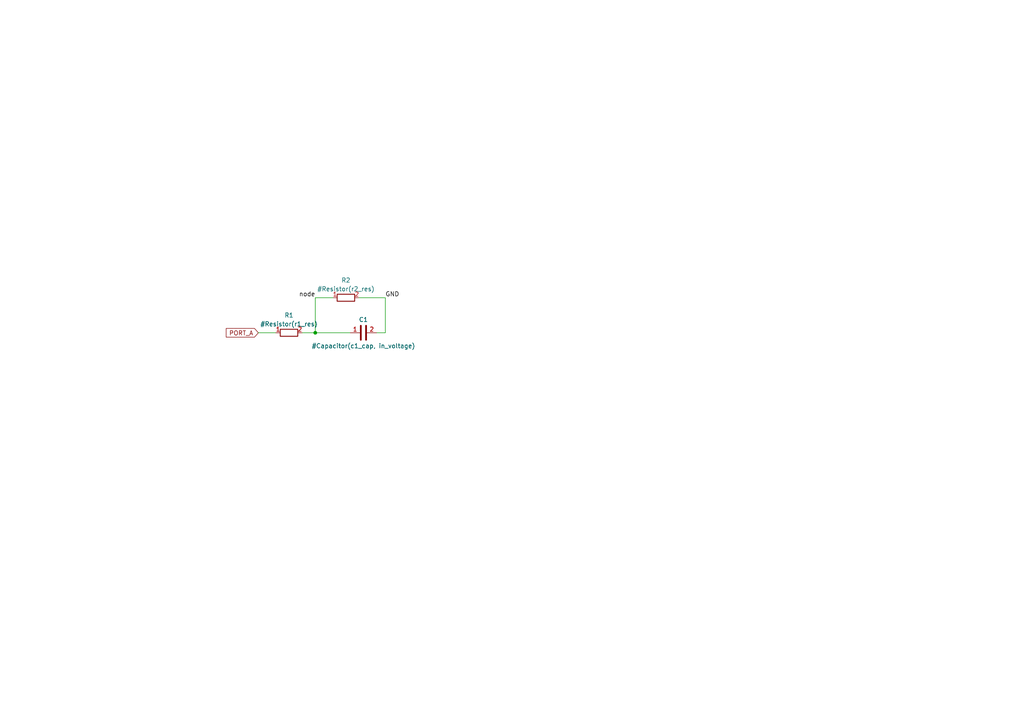
<source format=kicad_sch>
(kicad_sch (version 20211123) (generator eeschema)
  (paper "A4")
  (title_block (title "Simple Circuit") (date "2022-08-02") (rev "v01"))
  (lib_symbols
    (symbol "Device:C" (pin_names (offset 0.254))
      (property "Reference" "C" (at 0.635 2.54 0))
      (property "Value" "C" (at 0.635 -2.54 0))
      (symbol "C_0_1"
        (polyline (pts (xy -2.032 -0.762) (xy 2.032 -0.762)) (stroke (width 0.508)))
        (polyline (pts (xy -2.032 0.762) (xy 2.032 0.762)) (stroke (width 0.508)))
      )
      (symbol "C_1_1"
        (pin passive line (at 0 3.81 270) (length 2.794) (name "~") (number "1"))
        (pin passive line (at 0 -3.81 90) (length 2.794) (name "~") (number "2"))
      )
    )
    (symbol "Device:R" (pin_names (offset 0))
      (property "Reference" "R" (at 2.032 0 90))
      (property "Value" "R" (at 0 0 90))
      (symbol "R_0_1"
        (rectangle (start -1.016 -2.54) (end 1.016 2.54) (stroke (width 0.254)))
      )
      (symbol "R_1_1"
        (pin passive line (at 0 3.81 270) (length 1.27) (name "~") (number "1"))
        (pin passive line (at 0 -3.81 90) (length 1.27) (name "~") (number "2"))
      )
    )
  )
  (junction (at 91.44 96.52))
  (wire (pts (xy 91.44 86.36) (xy 91.44 96.52)))
  (wire (pts (xy 111.76 86.36) (xy 111.76 96.52)))
  (wire (pts (xy 104.14 86.36) (xy 111.76 86.36)))
  (wire (pts (xy 74.93 96.52) (xy 80.01 96.52)))
  (wire (pts (xy 91.44 86.36) (xy 96.52 86.36)))
  (wire (pts (xy 87.63 96.52) (xy 91.44 96.52)))
  (wire (pts (xy 109.22 96.52) (xy 111.76 96.52)))
  (wire (pts (xy 91.44 96.52) (xy 101.6 96.52)))
  (label "node" (at 91.44 86.36 180))
  (label "GND" (at 111.76 86.36 0))
  (global_label "PORT_A" (shape input) (at 74.93 96.52 180) (property "Intersheet References" "${INTERSHEET_REFS}" (effects hide)))
  (symbol (lib_id "Device:R") (at 83.82 96.52 90) (unit 1)
    (property "Reference" "R1" (at 83.82 91.44 90))
    (property "Value" "#Resistor(r1_res)" (at 83.82 93.98 90))
  )
  (symbol (lib_id "Device:R") (at 100.33 86.36 90) (unit 1)
    (property "Reference" "R2" (at 100.33 81.28 90))
    (property "Value" "#Resistor(r2_res)" (at 100.33 83.82 90))
  )
  (symbol (lib_id "Device:C") (at 105.41 96.52 90) (unit 1)
    (property "Reference" "C1" (at 105.41 92.71 90))
    (property "Value" "#Capacitor(c1_cap, in_voltage)" (at 105.41 100.33 90))
  )
)
</source>
